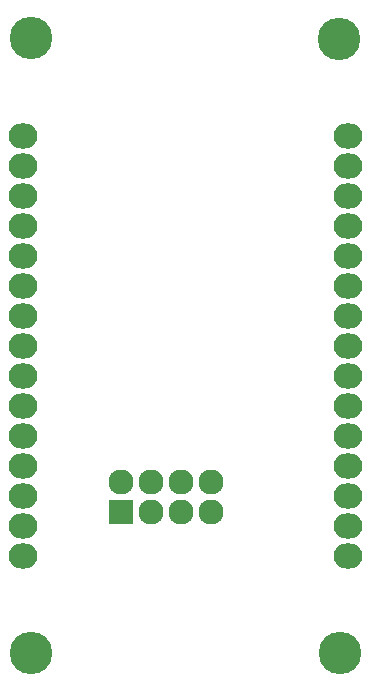
<source format=gbs>
G04 #@! TF.GenerationSoftware,KiCad,Pcbnew,(5.0.0-rc2-dev-482-gf81c77cd4)*
G04 #@! TF.CreationDate,2018-08-02T20:03:37+02:00*
G04 #@! TF.ProjectId,ha_plattform,68615F706C617474666F726D2E6B6963,rev?*
G04 #@! TF.SameCoordinates,Original*
G04 #@! TF.FileFunction,Soldermask,Bot*
G04 #@! TF.FilePolarity,Negative*
%FSLAX46Y46*%
G04 Gerber Fmt 4.6, Leading zero omitted, Abs format (unit mm)*
G04 Created by KiCad (PCBNEW (5.0.0-rc2-dev-482-gf81c77cd4)) date Thu Aug  2 20:03:37 2018*
%MOMM*%
%LPD*%
G01*
G04 APERTURE LIST*
%ADD10C,3.600000*%
%ADD11O,2.432000X2.127200*%
%ADD12O,2.127200X2.127200*%
%ADD13R,2.127200X2.127200*%
G04 APERTURE END LIST*
D10*
X48510400Y-22321600D03*
D11*
X49297800Y-66136600D03*
X49297800Y-63596600D03*
X49297800Y-61056600D03*
X49297800Y-58516600D03*
X49297800Y-55976600D03*
X49297800Y-53436600D03*
X49297800Y-50896600D03*
X49297800Y-48356600D03*
X49297800Y-45816600D03*
X49297800Y-43276600D03*
X49297800Y-40736600D03*
X49297800Y-38196600D03*
X49297800Y-35656600D03*
X49297800Y-33116600D03*
X49297800Y-30576600D03*
X21776900Y-30576600D03*
X21776900Y-33116600D03*
X21776900Y-35656600D03*
X21776900Y-38196600D03*
X21776900Y-40736600D03*
X21776900Y-43276600D03*
X21776900Y-45816600D03*
X21776900Y-48356600D03*
X21776900Y-50896600D03*
X21776900Y-53436600D03*
X21776900Y-55976600D03*
X21776900Y-58516600D03*
X21776900Y-61056600D03*
X21776900Y-63596600D03*
X21776900Y-66136600D03*
D10*
X22450000Y-74290000D03*
X48612000Y-74340800D03*
X22450000Y-22220000D03*
D12*
X37634000Y-62396000D03*
X37634000Y-59856000D03*
X35094000Y-62396000D03*
X35094000Y-59856000D03*
X32554000Y-62396000D03*
X32554000Y-59856000D03*
D13*
X30014000Y-62396000D03*
D12*
X30014000Y-59856000D03*
M02*

</source>
